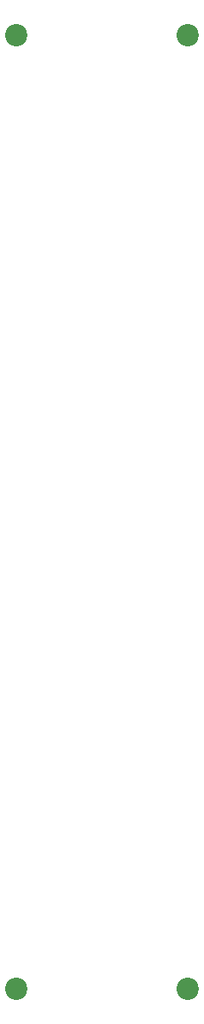
<source format=gbr>
%TF.GenerationSoftware,KiCad,Pcbnew,8.0.4-8.0.4-0~ubuntu22.04.1*%
%TF.CreationDate,2024-09-26T22:04:01+03:00*%
%TF.ProjectId,PM-LED16,504d2d4c-4544-4313-962e-6b696361645f,rev?*%
%TF.SameCoordinates,Original*%
%TF.FileFunction,Soldermask,Bot*%
%TF.FilePolarity,Negative*%
%FSLAX46Y46*%
G04 Gerber Fmt 4.6, Leading zero omitted, Abs format (unit mm)*
G04 Created by KiCad (PCBNEW 8.0.4-8.0.4-0~ubuntu22.04.1) date 2024-09-26 22:04:01*
%MOMM*%
%LPD*%
G01*
G04 APERTURE LIST*
%ADD10C,2.200000*%
G04 APERTURE END LIST*
D10*
%TO.C,H1*%
X77800000Y-53800000D03*
%TD*%
%TO.C,H4*%
X60800000Y-147800000D03*
%TD*%
%TO.C,H2*%
X77800000Y-147800000D03*
%TD*%
%TO.C,H3*%
X60800000Y-53800000D03*
%TD*%
M02*

</source>
